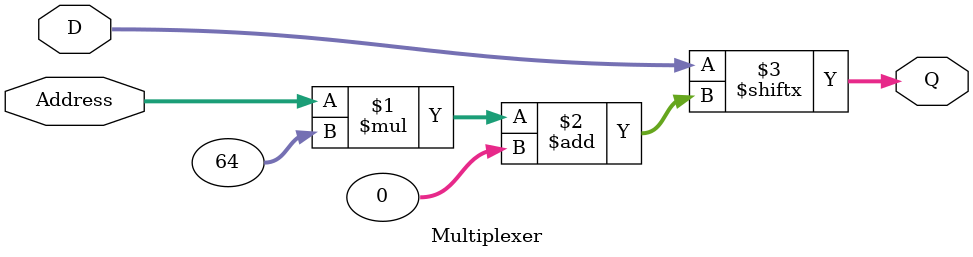
<source format=v>
module Multiplexer #(parameter BITS = 64, ADDRESS_BUS_WIDTH = 6)(input [(1<<ADDRESS_BUS_WIDTH) * BITS - 1:0]D, input [ADDRESS_BUS_WIDTH-1:0]Address, output [BITS-1:0]Q);
	assign Q = D[Address * BITS +: BITS];
endmodule

</source>
